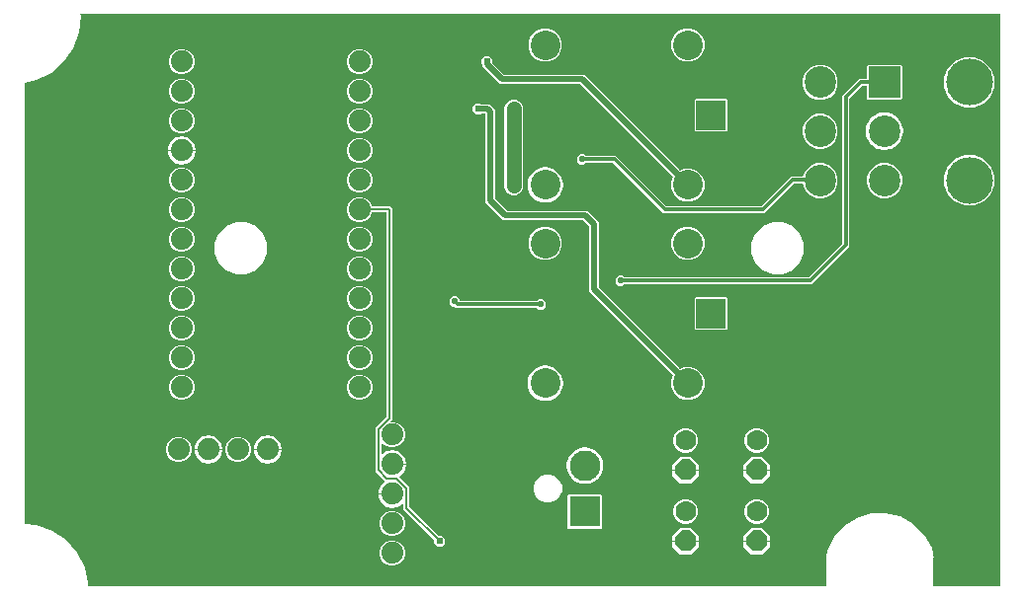
<source format=gbr>
G04 EAGLE Gerber RS-274X export*
G75*
%MOMM*%
%FSLAX34Y34*%
%LPD*%
%INBottom Copper*%
%IPPOS*%
%AMOC8*
5,1,8,0,0,1.08239X$1,22.5*%
G01*
%ADD10P,1.924489X8X292.500000*%
%ADD11C,1.778000*%
%ADD12R,2.705100X2.705100*%
%ADD13C,2.705100*%
%ADD14C,4.013200*%
%ADD15R,2.625000X2.625000*%
%ADD16C,2.625000*%
%ADD17C,1.879600*%
%ADD18R,2.540000X2.540000*%
%ADD19C,2.540000*%
%ADD20C,0.304800*%
%ADD21C,0.554000*%
%ADD22C,0.604000*%
%ADD23C,0.900000*%
%ADD24C,1.270000*%
%ADD25C,0.203200*%
%ADD26C,0.508000*%

G36*
X697177Y5067D02*
X697177Y5067D01*
X697172Y5074D01*
X697179Y5080D01*
X697179Y26669D01*
X697166Y26686D01*
X697170Y26698D01*
X696977Y26964D01*
X697179Y28240D01*
X697176Y28245D01*
X697179Y28247D01*
X697179Y29539D01*
X697411Y29771D01*
X697413Y29784D01*
X697421Y29790D01*
X697418Y29795D01*
X697425Y29798D01*
X698233Y34903D01*
X703659Y46582D01*
X712082Y56323D01*
X722855Y63379D01*
X735151Y67207D01*
X741551Y67359D01*
X741552Y67359D01*
X747988Y67637D01*
X760591Y64616D01*
X771879Y58248D01*
X780982Y49023D01*
X787200Y37651D01*
X788377Y32434D01*
X788392Y32421D01*
X788390Y32410D01*
X788721Y32079D01*
X788721Y30916D01*
X788726Y30909D01*
X788722Y30905D01*
X788978Y29770D01*
X788728Y29375D01*
X788730Y29355D01*
X788721Y29348D01*
X788721Y5080D01*
X788757Y5033D01*
X788764Y5038D01*
X788770Y5031D01*
X845820Y5031D01*
X845867Y5067D01*
X845862Y5074D01*
X845869Y5080D01*
X845869Y495300D01*
X845833Y495347D01*
X845826Y495342D01*
X845820Y495349D01*
X58069Y495349D01*
X58021Y495313D01*
X58030Y495302D01*
X58020Y495293D01*
X58226Y493940D01*
X56844Y479803D01*
X52027Y466441D01*
X44071Y454674D01*
X33464Y445226D01*
X20860Y438678D01*
X10149Y436164D01*
X10133Y436144D01*
X10113Y436129D01*
X10116Y436125D01*
X10111Y436118D01*
X10112Y436117D01*
X10111Y436116D01*
X10111Y57912D01*
X10147Y57864D01*
X10152Y57868D01*
X10155Y57863D01*
X20577Y56844D01*
X33939Y52027D01*
X45706Y44071D01*
X55153Y33465D01*
X61702Y20860D01*
X64948Y7032D01*
X64913Y5081D01*
X64948Y5033D01*
X64956Y5039D01*
X64962Y5031D01*
X697130Y5031D01*
X697177Y5067D01*
G37*
%LPC*%
G36*
X575450Y164485D02*
X575450Y164485D01*
X570222Y166651D01*
X566221Y170652D01*
X564055Y175880D01*
X564055Y181540D01*
X565697Y185502D01*
X565685Y185547D01*
X565686Y185556D01*
X496171Y255071D01*
X493775Y257466D01*
X493775Y313256D01*
X493759Y313277D01*
X493761Y313291D01*
X488551Y318501D01*
X488526Y318504D01*
X488524Y318507D01*
X488522Y318507D01*
X488516Y318515D01*
X419956Y318515D01*
X404875Y333596D01*
X404875Y409776D01*
X404859Y409797D01*
X404861Y409811D01*
X404731Y409941D01*
X404704Y409945D01*
X404696Y409955D01*
X401163Y409955D01*
X401141Y409939D01*
X401128Y409941D01*
X400663Y409475D01*
X396897Y409475D01*
X394235Y412137D01*
X394235Y415903D01*
X396897Y418565D01*
X400663Y418565D01*
X401128Y418099D01*
X401153Y418096D01*
X401157Y418091D01*
X401159Y418091D01*
X401163Y418085D01*
X408084Y418085D01*
X413005Y413164D01*
X413005Y336984D01*
X413021Y336963D01*
X413019Y336949D01*
X423309Y326659D01*
X423336Y326655D01*
X423344Y326645D01*
X491904Y326645D01*
X501905Y316644D01*
X501905Y260854D01*
X501921Y260833D01*
X501919Y260819D01*
X571434Y191304D01*
X571460Y191301D01*
X571465Y191294D01*
X571480Y191294D01*
X571483Y191296D01*
X571488Y191293D01*
X575450Y192935D01*
X581110Y192935D01*
X586338Y190769D01*
X590339Y186768D01*
X592505Y181540D01*
X592505Y175880D01*
X590339Y170652D01*
X586338Y166651D01*
X581110Y164485D01*
X575450Y164485D01*
G37*
%LPD*%
%LPC*%
G36*
X518921Y262405D02*
X518921Y262405D01*
X516405Y264921D01*
X516405Y268479D01*
X518921Y270995D01*
X522479Y270995D01*
X523711Y269763D01*
X523737Y269760D01*
X523745Y269750D01*
X523745Y269749D01*
X681977Y269749D01*
X681998Y269765D01*
X682012Y269763D01*
X710677Y298428D01*
X710679Y298442D01*
X710688Y298449D01*
X710683Y298457D01*
X710691Y298463D01*
X710691Y425443D01*
X725177Y439929D01*
X731661Y439929D01*
X731708Y439965D01*
X731702Y439972D01*
X731710Y439978D01*
X731710Y451037D01*
X732603Y451930D01*
X760917Y451930D01*
X761810Y451037D01*
X761810Y422723D01*
X760917Y421830D01*
X732603Y421830D01*
X731710Y422723D01*
X731710Y433782D01*
X731674Y433829D01*
X731666Y433824D01*
X731661Y433831D01*
X727723Y433831D01*
X727702Y433815D01*
X727688Y433817D01*
X716803Y422932D01*
X716799Y422905D01*
X716789Y422897D01*
X716789Y295917D01*
X684523Y263651D01*
X523745Y263651D01*
X523724Y263635D01*
X523711Y263637D01*
X522479Y262405D01*
X518921Y262405D01*
G37*
%LPD*%
%LPC*%
G36*
X363877Y38635D02*
X363877Y38635D01*
X361215Y41297D01*
X361215Y44111D01*
X361199Y44133D01*
X361201Y44146D01*
X336020Y69327D01*
X334517Y70830D01*
X334517Y76291D01*
X334507Y76305D01*
X334507Y76322D01*
X334494Y76322D01*
X334481Y76339D01*
X334458Y76321D01*
X334428Y76320D01*
X334226Y76042D01*
X332898Y74714D01*
X331377Y73609D01*
X329703Y72756D01*
X327916Y72175D01*
X326060Y71881D01*
X325219Y71881D01*
X325219Y83770D01*
X325183Y83817D01*
X325176Y83812D01*
X325170Y83819D01*
X325119Y83819D01*
X325119Y83870D01*
X325083Y83917D01*
X325076Y83912D01*
X325070Y83919D01*
X313181Y83919D01*
X313181Y84760D01*
X313475Y86616D01*
X314056Y88403D01*
X314909Y90077D01*
X316014Y91598D01*
X317342Y92926D01*
X318863Y94031D01*
X320074Y94648D01*
X320083Y94666D01*
X320099Y94679D01*
X320093Y94687D01*
X320100Y94702D01*
X320071Y94716D01*
X320052Y94741D01*
X319123Y94741D01*
X317620Y96244D01*
X312144Y101720D01*
X310641Y103223D01*
X310641Y140617D01*
X312144Y142120D01*
X320025Y150001D01*
X320029Y150028D01*
X320039Y150036D01*
X320039Y325070D01*
X320003Y325117D01*
X319996Y325112D01*
X319990Y325119D01*
X307983Y325119D01*
X307946Y325091D01*
X307938Y325089D01*
X306440Y321473D01*
X303367Y318400D01*
X299353Y316737D01*
X295007Y316737D01*
X290993Y318400D01*
X287920Y321473D01*
X286257Y325487D01*
X286257Y329833D01*
X287920Y333847D01*
X290993Y336920D01*
X295007Y338583D01*
X299353Y338583D01*
X303367Y336920D01*
X306440Y333847D01*
X307938Y330231D01*
X307978Y330208D01*
X307983Y330201D01*
X323632Y330201D01*
X325121Y328712D01*
X325121Y147910D01*
X322791Y145580D01*
X322788Y145559D01*
X322776Y145540D01*
X322784Y145535D01*
X322782Y145521D01*
X322815Y145517D01*
X322844Y145500D01*
X322947Y145543D01*
X327293Y145543D01*
X331307Y143880D01*
X334380Y140807D01*
X336043Y136793D01*
X336043Y132447D01*
X334380Y128433D01*
X331307Y125360D01*
X327293Y123697D01*
X322947Y123697D01*
X318933Y125360D01*
X315860Y128433D01*
X315817Y128536D01*
X315799Y128547D01*
X315785Y128564D01*
X315778Y128559D01*
X315766Y128566D01*
X315749Y128537D01*
X315723Y128517D01*
X315723Y116749D01*
X315733Y116735D01*
X315733Y116718D01*
X315746Y116718D01*
X315759Y116701D01*
X315782Y116719D01*
X315812Y116720D01*
X316014Y116998D01*
X317342Y118326D01*
X318863Y119431D01*
X320537Y120284D01*
X322324Y120865D01*
X324180Y121159D01*
X325021Y121159D01*
X325021Y109270D01*
X325057Y109223D01*
X325064Y109228D01*
X325070Y109221D01*
X325121Y109221D01*
X325121Y109170D01*
X325157Y109123D01*
X325164Y109128D01*
X325170Y109121D01*
X337059Y109121D01*
X337059Y108280D01*
X336765Y106424D01*
X336184Y104637D01*
X335331Y102963D01*
X334226Y101442D01*
X332898Y100114D01*
X331377Y99009D01*
X330795Y98712D01*
X330794Y98711D01*
X330793Y98711D01*
X330793Y98708D01*
X330769Y98659D01*
X330785Y98651D01*
X330782Y98634D01*
X331096Y98320D01*
X339599Y89817D01*
X339599Y72955D01*
X339615Y72933D01*
X339613Y72920D01*
X364794Y47739D01*
X364819Y47736D01*
X364823Y47731D01*
X364824Y47731D01*
X364829Y47725D01*
X367643Y47725D01*
X370305Y45063D01*
X370305Y41297D01*
X367643Y38635D01*
X363877Y38635D01*
G37*
%LPD*%
%LPC*%
G36*
X575450Y334665D02*
X575450Y334665D01*
X570222Y336831D01*
X566221Y340832D01*
X564055Y346060D01*
X564055Y351720D01*
X565697Y355682D01*
X565685Y355727D01*
X565686Y355736D01*
X486081Y435341D01*
X486054Y435345D01*
X486046Y435355D01*
X417416Y435355D01*
X402335Y450436D01*
X402335Y452277D01*
X402319Y452299D01*
X402321Y452312D01*
X401855Y452777D01*
X401855Y456543D01*
X404517Y459205D01*
X408283Y459205D01*
X410945Y456543D01*
X410945Y453344D01*
X410961Y453323D01*
X410959Y453309D01*
X420769Y443499D01*
X420796Y443495D01*
X420804Y443485D01*
X489434Y443485D01*
X491829Y441089D01*
X571434Y361484D01*
X571481Y361478D01*
X571488Y361473D01*
X575450Y363115D01*
X581110Y363115D01*
X586338Y360949D01*
X590339Y356948D01*
X592505Y351720D01*
X592505Y346060D01*
X590339Y340832D01*
X586338Y336831D01*
X581110Y334665D01*
X575450Y334665D01*
G37*
%LPD*%
%LPC*%
G36*
X557537Y324611D02*
X557537Y324611D01*
X514372Y367777D01*
X514345Y367781D01*
X514337Y367791D01*
X490725Y367791D01*
X490704Y367775D01*
X490691Y367777D01*
X489459Y366545D01*
X485901Y366545D01*
X483385Y369061D01*
X483385Y372619D01*
X485901Y375135D01*
X489459Y375135D01*
X490691Y373903D01*
X490717Y373899D01*
X490725Y373889D01*
X516883Y373889D01*
X560048Y330723D01*
X560075Y330719D01*
X560083Y330709D01*
X641337Y330709D01*
X641358Y330725D01*
X641372Y330723D01*
X666757Y356109D01*
X676687Y356109D01*
X676724Y356137D01*
X676732Y356139D01*
X678883Y361331D01*
X683117Y365565D01*
X688648Y367856D01*
X694636Y367856D01*
X700167Y365565D01*
X704401Y361331D01*
X706692Y355800D01*
X706692Y349812D01*
X704401Y344281D01*
X700167Y340047D01*
X694636Y337756D01*
X688648Y337756D01*
X683117Y340047D01*
X678883Y344281D01*
X676592Y349812D01*
X676592Y349962D01*
X676556Y350009D01*
X676548Y350004D01*
X676543Y350011D01*
X669303Y350011D01*
X669282Y349995D01*
X669268Y349997D01*
X643883Y324611D01*
X557537Y324611D01*
G37*
%LPD*%
%LPC*%
G36*
X650882Y272329D02*
X650882Y272329D01*
X642682Y275726D01*
X636406Y282002D01*
X633009Y290202D01*
X633009Y299078D01*
X636406Y307278D01*
X642682Y313554D01*
X650882Y316951D01*
X659758Y316951D01*
X667958Y313554D01*
X674234Y307278D01*
X677631Y299078D01*
X677631Y290202D01*
X674234Y282002D01*
X667958Y275726D01*
X659758Y272329D01*
X650882Y272329D01*
G37*
%LPD*%
%LPC*%
G36*
X191142Y272329D02*
X191142Y272329D01*
X182942Y275726D01*
X176666Y282002D01*
X173269Y290202D01*
X173269Y299078D01*
X176666Y307278D01*
X182942Y313554D01*
X191142Y316951D01*
X200018Y316951D01*
X208218Y313554D01*
X214494Y307278D01*
X217891Y299078D01*
X217891Y290202D01*
X214494Y282002D01*
X208218Y275726D01*
X200018Y272329D01*
X191142Y272329D01*
G37*
%LPD*%
%LPC*%
G36*
X815363Y415289D02*
X815363Y415289D01*
X807428Y418576D01*
X801354Y424650D01*
X798067Y432585D01*
X798067Y441175D01*
X801354Y449110D01*
X807428Y455184D01*
X815363Y458471D01*
X823953Y458471D01*
X831888Y455184D01*
X837962Y449110D01*
X841249Y441175D01*
X841249Y432585D01*
X837962Y424650D01*
X831888Y418576D01*
X823953Y415289D01*
X815363Y415289D01*
G37*
%LPD*%
%LPC*%
G36*
X815363Y331215D02*
X815363Y331215D01*
X807428Y334502D01*
X801354Y340576D01*
X798067Y348511D01*
X798067Y357101D01*
X801354Y365036D01*
X807428Y371110D01*
X815363Y374397D01*
X823953Y374397D01*
X831888Y371110D01*
X837962Y365036D01*
X841249Y357101D01*
X841249Y348511D01*
X837962Y340576D01*
X831888Y334502D01*
X823953Y331215D01*
X815363Y331215D01*
G37*
%LPD*%
%LPC*%
G36*
X427694Y340105D02*
X427694Y340105D01*
X424799Y341304D01*
X422584Y343519D01*
X421385Y346414D01*
X421385Y415586D01*
X422584Y418481D01*
X424799Y420696D01*
X427694Y421895D01*
X430826Y421895D01*
X433721Y420696D01*
X435936Y418481D01*
X437135Y415586D01*
X437135Y346414D01*
X435936Y343519D01*
X433721Y341304D01*
X430826Y340105D01*
X427694Y340105D01*
G37*
%LPD*%
%LPC*%
G36*
X476463Y53930D02*
X476463Y53930D01*
X475570Y54823D01*
X475570Y82337D01*
X476463Y83230D01*
X503977Y83230D01*
X504870Y82337D01*
X504870Y54823D01*
X503977Y53930D01*
X476463Y53930D01*
G37*
%LPD*%
%LPC*%
G36*
X584948Y394665D02*
X584948Y394665D01*
X584055Y395558D01*
X584055Y422222D01*
X584948Y423115D01*
X611612Y423115D01*
X612505Y422222D01*
X612505Y395558D01*
X611612Y394665D01*
X584948Y394665D01*
G37*
%LPD*%
%LPC*%
G36*
X584948Y224485D02*
X584948Y224485D01*
X584055Y225378D01*
X584055Y252042D01*
X584948Y252935D01*
X611612Y252935D01*
X612505Y252042D01*
X612505Y225378D01*
X611612Y224485D01*
X584948Y224485D01*
G37*
%LPD*%
%LPC*%
G36*
X688648Y379920D02*
X688648Y379920D01*
X683117Y382211D01*
X678883Y386445D01*
X676592Y391976D01*
X676592Y397964D01*
X678883Y403495D01*
X683117Y407729D01*
X688648Y410020D01*
X694636Y410020D01*
X700167Y407729D01*
X704401Y403495D01*
X706692Y397964D01*
X706692Y391976D01*
X704401Y386445D01*
X700167Y382211D01*
X694636Y379920D01*
X688648Y379920D01*
G37*
%LPD*%
%LPC*%
G36*
X688648Y421830D02*
X688648Y421830D01*
X683117Y424121D01*
X678883Y428355D01*
X676592Y433886D01*
X676592Y439874D01*
X678883Y445405D01*
X683117Y449639D01*
X688648Y451930D01*
X694636Y451930D01*
X700167Y449639D01*
X704401Y445405D01*
X706692Y439874D01*
X706692Y433886D01*
X704401Y428355D01*
X700167Y424121D01*
X694636Y421830D01*
X688648Y421830D01*
G37*
%LPD*%
%LPC*%
G36*
X743766Y337756D02*
X743766Y337756D01*
X738235Y340047D01*
X734001Y344281D01*
X731710Y349812D01*
X731710Y355800D01*
X734001Y361331D01*
X738235Y365565D01*
X743766Y367856D01*
X749754Y367856D01*
X755285Y365565D01*
X759519Y361331D01*
X761810Y355800D01*
X761810Y349812D01*
X759519Y344281D01*
X755285Y340047D01*
X749754Y337756D01*
X743766Y337756D01*
G37*
%LPD*%
%LPC*%
G36*
X453450Y454665D02*
X453450Y454665D01*
X448222Y456831D01*
X444221Y460832D01*
X442055Y466060D01*
X442055Y471720D01*
X444221Y476948D01*
X448222Y480949D01*
X453450Y483115D01*
X459110Y483115D01*
X464338Y480949D01*
X468339Y476948D01*
X470505Y471720D01*
X470505Y466060D01*
X468339Y460832D01*
X464338Y456831D01*
X459110Y454665D01*
X453450Y454665D01*
G37*
%LPD*%
%LPC*%
G36*
X575450Y454665D02*
X575450Y454665D01*
X570222Y456831D01*
X566221Y460832D01*
X564055Y466060D01*
X564055Y471720D01*
X566221Y476948D01*
X570222Y480949D01*
X575450Y483115D01*
X581110Y483115D01*
X586338Y480949D01*
X590339Y476948D01*
X592505Y471720D01*
X592505Y466060D01*
X590339Y460832D01*
X586338Y456831D01*
X581110Y454665D01*
X575450Y454665D01*
G37*
%LPD*%
%LPC*%
G36*
X575450Y284485D02*
X575450Y284485D01*
X570222Y286651D01*
X566221Y290652D01*
X564055Y295880D01*
X564055Y301540D01*
X566221Y306768D01*
X570222Y310769D01*
X575450Y312935D01*
X581110Y312935D01*
X586338Y310769D01*
X590339Y306768D01*
X592505Y301540D01*
X592505Y295880D01*
X590339Y290652D01*
X586338Y286651D01*
X581110Y284485D01*
X575450Y284485D01*
G37*
%LPD*%
%LPC*%
G36*
X453450Y284485D02*
X453450Y284485D01*
X448222Y286651D01*
X444221Y290652D01*
X442055Y295880D01*
X442055Y301540D01*
X444221Y306768D01*
X448222Y310769D01*
X453450Y312935D01*
X459110Y312935D01*
X464338Y310769D01*
X468339Y306768D01*
X470505Y301540D01*
X470505Y295880D01*
X468339Y290652D01*
X464338Y286651D01*
X459110Y284485D01*
X453450Y284485D01*
G37*
%LPD*%
%LPC*%
G36*
X450341Y242085D02*
X450341Y242085D01*
X449109Y243317D01*
X449083Y243321D01*
X449075Y243331D01*
X379737Y243331D01*
X378458Y244611D01*
X378431Y244615D01*
X378423Y244625D01*
X376681Y244625D01*
X374165Y247141D01*
X374165Y250699D01*
X376681Y253215D01*
X380239Y253215D01*
X382755Y250699D01*
X382755Y249478D01*
X382791Y249431D01*
X382798Y249436D01*
X382804Y249429D01*
X449075Y249429D01*
X449096Y249445D01*
X449109Y249443D01*
X450341Y250675D01*
X453899Y250675D01*
X456415Y248159D01*
X456415Y244601D01*
X453899Y242085D01*
X450341Y242085D01*
G37*
%LPD*%
%LPC*%
G36*
X455991Y76169D02*
X455991Y76169D01*
X451503Y78028D01*
X448068Y81463D01*
X446209Y85951D01*
X446209Y90809D01*
X448068Y95297D01*
X451503Y98732D01*
X455991Y100591D01*
X460849Y100591D01*
X465337Y98732D01*
X468772Y95297D01*
X470631Y90809D01*
X470631Y85951D01*
X468772Y81463D01*
X465337Y78028D01*
X460849Y76169D01*
X455991Y76169D01*
G37*
%LPD*%
%LPC*%
G36*
X142607Y189737D02*
X142607Y189737D01*
X138593Y191400D01*
X135520Y194473D01*
X133857Y198487D01*
X133857Y202833D01*
X135520Y206847D01*
X138593Y209920D01*
X142607Y211583D01*
X146953Y211583D01*
X150967Y209920D01*
X154040Y206847D01*
X155703Y202833D01*
X155703Y198487D01*
X154040Y194473D01*
X150967Y191400D01*
X146953Y189737D01*
X142607Y189737D01*
G37*
%LPD*%
%LPC*%
G36*
X295007Y367537D02*
X295007Y367537D01*
X290993Y369200D01*
X287920Y372273D01*
X286257Y376287D01*
X286257Y380633D01*
X287920Y384647D01*
X290993Y387720D01*
X295007Y389383D01*
X299353Y389383D01*
X303367Y387720D01*
X306440Y384647D01*
X308103Y380633D01*
X308103Y376287D01*
X306440Y372273D01*
X303367Y369200D01*
X299353Y367537D01*
X295007Y367537D01*
G37*
%LPD*%
%LPC*%
G36*
X322947Y22097D02*
X322947Y22097D01*
X318933Y23760D01*
X315860Y26833D01*
X314197Y30847D01*
X314197Y35193D01*
X315860Y39207D01*
X318933Y42280D01*
X322947Y43943D01*
X327293Y43943D01*
X331307Y42280D01*
X334380Y39207D01*
X336043Y35193D01*
X336043Y30847D01*
X334380Y26833D01*
X331307Y23760D01*
X327293Y22097D01*
X322947Y22097D01*
G37*
%LPD*%
%LPC*%
G36*
X322947Y47497D02*
X322947Y47497D01*
X318933Y49160D01*
X315860Y52233D01*
X314197Y56247D01*
X314197Y60593D01*
X315860Y64607D01*
X318933Y67680D01*
X322947Y69343D01*
X327293Y69343D01*
X331307Y67680D01*
X334380Y64607D01*
X336043Y60593D01*
X336043Y56247D01*
X334380Y52233D01*
X331307Y49160D01*
X327293Y47497D01*
X322947Y47497D01*
G37*
%LPD*%
%LPC*%
G36*
X140067Y110997D02*
X140067Y110997D01*
X136053Y112660D01*
X132980Y115733D01*
X131317Y119747D01*
X131317Y124093D01*
X132980Y128107D01*
X136053Y131180D01*
X140067Y132843D01*
X144413Y132843D01*
X148427Y131180D01*
X151500Y128107D01*
X153163Y124093D01*
X153163Y119747D01*
X151500Y115733D01*
X148427Y112660D01*
X144413Y110997D01*
X140067Y110997D01*
G37*
%LPD*%
%LPC*%
G36*
X190867Y110997D02*
X190867Y110997D01*
X186853Y112660D01*
X183780Y115733D01*
X182117Y119747D01*
X182117Y124093D01*
X183780Y128107D01*
X186853Y131180D01*
X190867Y132843D01*
X195213Y132843D01*
X199227Y131180D01*
X202300Y128107D01*
X203963Y124093D01*
X203963Y119747D01*
X202300Y115733D01*
X199227Y112660D01*
X195213Y110997D01*
X190867Y110997D01*
G37*
%LPD*%
%LPC*%
G36*
X142607Y164337D02*
X142607Y164337D01*
X138593Y166000D01*
X135520Y169073D01*
X133857Y173087D01*
X133857Y177433D01*
X135520Y181447D01*
X138593Y184520D01*
X142607Y186183D01*
X146953Y186183D01*
X150967Y184520D01*
X154040Y181447D01*
X155703Y177433D01*
X155703Y173087D01*
X154040Y169073D01*
X150967Y166000D01*
X146953Y164337D01*
X142607Y164337D01*
G37*
%LPD*%
%LPC*%
G36*
X295007Y164337D02*
X295007Y164337D01*
X290993Y166000D01*
X287920Y169073D01*
X286257Y173087D01*
X286257Y177433D01*
X287920Y181447D01*
X290993Y184520D01*
X295007Y186183D01*
X299353Y186183D01*
X303367Y184520D01*
X306440Y181447D01*
X308103Y177433D01*
X308103Y173087D01*
X306440Y169073D01*
X303367Y166000D01*
X299353Y164337D01*
X295007Y164337D01*
G37*
%LPD*%
%LPC*%
G36*
X295007Y189737D02*
X295007Y189737D01*
X290993Y191400D01*
X287920Y194473D01*
X286257Y198487D01*
X286257Y202833D01*
X287920Y206847D01*
X290993Y209920D01*
X295007Y211583D01*
X299353Y211583D01*
X303367Y209920D01*
X306440Y206847D01*
X308103Y202833D01*
X308103Y198487D01*
X306440Y194473D01*
X303367Y191400D01*
X299353Y189737D01*
X295007Y189737D01*
G37*
%LPD*%
%LPC*%
G36*
X142607Y215137D02*
X142607Y215137D01*
X138593Y216800D01*
X135520Y219873D01*
X133857Y223887D01*
X133857Y228233D01*
X135520Y232247D01*
X138593Y235320D01*
X142607Y236983D01*
X146953Y236983D01*
X150967Y235320D01*
X154040Y232247D01*
X155703Y228233D01*
X155703Y223887D01*
X154040Y219873D01*
X150967Y216800D01*
X146953Y215137D01*
X142607Y215137D01*
G37*
%LPD*%
%LPC*%
G36*
X295007Y342137D02*
X295007Y342137D01*
X290993Y343800D01*
X287920Y346873D01*
X286257Y350887D01*
X286257Y355233D01*
X287920Y359247D01*
X290993Y362320D01*
X295007Y363983D01*
X299353Y363983D01*
X303367Y362320D01*
X306440Y359247D01*
X308103Y355233D01*
X308103Y350887D01*
X306440Y346873D01*
X303367Y343800D01*
X299353Y342137D01*
X295007Y342137D01*
G37*
%LPD*%
%LPC*%
G36*
X142607Y342137D02*
X142607Y342137D01*
X138593Y343800D01*
X135520Y346873D01*
X133857Y350887D01*
X133857Y355233D01*
X135520Y359247D01*
X138593Y362320D01*
X142607Y363983D01*
X146953Y363983D01*
X150967Y362320D01*
X154040Y359247D01*
X155703Y355233D01*
X155703Y350887D01*
X154040Y346873D01*
X150967Y343800D01*
X146953Y342137D01*
X142607Y342137D01*
G37*
%LPD*%
%LPC*%
G36*
X295007Y443737D02*
X295007Y443737D01*
X290993Y445400D01*
X287920Y448473D01*
X286257Y452487D01*
X286257Y456833D01*
X287920Y460847D01*
X290993Y463920D01*
X295007Y465583D01*
X299353Y465583D01*
X303367Y463920D01*
X306440Y460847D01*
X308103Y456833D01*
X308103Y452487D01*
X306440Y448473D01*
X303367Y445400D01*
X299353Y443737D01*
X295007Y443737D01*
G37*
%LPD*%
%LPC*%
G36*
X295007Y215137D02*
X295007Y215137D01*
X290993Y216800D01*
X287920Y219873D01*
X286257Y223887D01*
X286257Y228233D01*
X287920Y232247D01*
X290993Y235320D01*
X295007Y236983D01*
X299353Y236983D01*
X303367Y235320D01*
X306440Y232247D01*
X308103Y228233D01*
X308103Y223887D01*
X306440Y219873D01*
X303367Y216800D01*
X299353Y215137D01*
X295007Y215137D01*
G37*
%LPD*%
%LPC*%
G36*
X142607Y418337D02*
X142607Y418337D01*
X138593Y420000D01*
X135520Y423073D01*
X133857Y427087D01*
X133857Y431433D01*
X135520Y435447D01*
X138593Y438520D01*
X142607Y440183D01*
X146953Y440183D01*
X150967Y438520D01*
X154040Y435447D01*
X155703Y431433D01*
X155703Y427087D01*
X154040Y423073D01*
X150967Y420000D01*
X146953Y418337D01*
X142607Y418337D01*
G37*
%LPD*%
%LPC*%
G36*
X142607Y443737D02*
X142607Y443737D01*
X138593Y445400D01*
X135520Y448473D01*
X133857Y452487D01*
X133857Y456833D01*
X135520Y460847D01*
X138593Y463920D01*
X142607Y465583D01*
X146953Y465583D01*
X150967Y463920D01*
X154040Y460847D01*
X155703Y456833D01*
X155703Y452487D01*
X154040Y448473D01*
X150967Y445400D01*
X146953Y443737D01*
X142607Y443737D01*
G37*
%LPD*%
%LPC*%
G36*
X142607Y316737D02*
X142607Y316737D01*
X138593Y318400D01*
X135520Y321473D01*
X133857Y325487D01*
X133857Y329833D01*
X135520Y333847D01*
X138593Y336920D01*
X142607Y338583D01*
X146953Y338583D01*
X150967Y336920D01*
X154040Y333847D01*
X155703Y329833D01*
X155703Y325487D01*
X154040Y321473D01*
X150967Y318400D01*
X146953Y316737D01*
X142607Y316737D01*
G37*
%LPD*%
%LPC*%
G36*
X295007Y418337D02*
X295007Y418337D01*
X290993Y420000D01*
X287920Y423073D01*
X286257Y427087D01*
X286257Y431433D01*
X287920Y435447D01*
X290993Y438520D01*
X295007Y440183D01*
X299353Y440183D01*
X303367Y438520D01*
X306440Y435447D01*
X308103Y431433D01*
X308103Y427087D01*
X306440Y423073D01*
X303367Y420000D01*
X299353Y418337D01*
X295007Y418337D01*
G37*
%LPD*%
%LPC*%
G36*
X142607Y240537D02*
X142607Y240537D01*
X138593Y242200D01*
X135520Y245273D01*
X133857Y249287D01*
X133857Y253633D01*
X135520Y257647D01*
X138593Y260720D01*
X142607Y262383D01*
X146953Y262383D01*
X150967Y260720D01*
X154040Y257647D01*
X155703Y253633D01*
X155703Y249287D01*
X154040Y245273D01*
X150967Y242200D01*
X146953Y240537D01*
X142607Y240537D01*
G37*
%LPD*%
%LPC*%
G36*
X295007Y291337D02*
X295007Y291337D01*
X290993Y293000D01*
X287920Y296073D01*
X286257Y300087D01*
X286257Y304433D01*
X287920Y308447D01*
X290993Y311520D01*
X295007Y313183D01*
X299353Y313183D01*
X303367Y311520D01*
X306440Y308447D01*
X308103Y304433D01*
X308103Y300087D01*
X306440Y296073D01*
X303367Y293000D01*
X299353Y291337D01*
X295007Y291337D01*
G37*
%LPD*%
%LPC*%
G36*
X142607Y291337D02*
X142607Y291337D01*
X138593Y293000D01*
X135520Y296073D01*
X133857Y300087D01*
X133857Y304433D01*
X135520Y308447D01*
X138593Y311520D01*
X142607Y313183D01*
X146953Y313183D01*
X150967Y311520D01*
X154040Y308447D01*
X155703Y304433D01*
X155703Y300087D01*
X154040Y296073D01*
X150967Y293000D01*
X146953Y291337D01*
X142607Y291337D01*
G37*
%LPD*%
%LPC*%
G36*
X295007Y392937D02*
X295007Y392937D01*
X290993Y394600D01*
X287920Y397673D01*
X286257Y401687D01*
X286257Y406033D01*
X287920Y410047D01*
X290993Y413120D01*
X295007Y414783D01*
X299353Y414783D01*
X303367Y413120D01*
X306440Y410047D01*
X308103Y406033D01*
X308103Y401687D01*
X306440Y397673D01*
X303367Y394600D01*
X299353Y392937D01*
X295007Y392937D01*
G37*
%LPD*%
%LPC*%
G36*
X142607Y392937D02*
X142607Y392937D01*
X138593Y394600D01*
X135520Y397673D01*
X133857Y401687D01*
X133857Y406033D01*
X135520Y410047D01*
X138593Y413120D01*
X142607Y414783D01*
X146953Y414783D01*
X150967Y413120D01*
X154040Y410047D01*
X155703Y406033D01*
X155703Y401687D01*
X154040Y397673D01*
X150967Y394600D01*
X146953Y392937D01*
X142607Y392937D01*
G37*
%LPD*%
%LPC*%
G36*
X295007Y265937D02*
X295007Y265937D01*
X290993Y267600D01*
X287920Y270673D01*
X286257Y274687D01*
X286257Y279033D01*
X287920Y283047D01*
X290993Y286120D01*
X295007Y287783D01*
X299353Y287783D01*
X303367Y286120D01*
X306440Y283047D01*
X308103Y279033D01*
X308103Y274687D01*
X306440Y270673D01*
X303367Y267600D01*
X299353Y265937D01*
X295007Y265937D01*
G37*
%LPD*%
%LPC*%
G36*
X142607Y265937D02*
X142607Y265937D01*
X138593Y267600D01*
X135520Y270673D01*
X133857Y274687D01*
X133857Y279033D01*
X135520Y283047D01*
X138593Y286120D01*
X142607Y287783D01*
X146953Y287783D01*
X150967Y286120D01*
X154040Y283047D01*
X155703Y279033D01*
X155703Y274687D01*
X154040Y270673D01*
X150967Y267600D01*
X146953Y265937D01*
X142607Y265937D01*
G37*
%LPD*%
%LPC*%
G36*
X295007Y240537D02*
X295007Y240537D01*
X290993Y242200D01*
X287920Y245273D01*
X286257Y249287D01*
X286257Y253633D01*
X287920Y257647D01*
X290993Y260720D01*
X295007Y262383D01*
X299353Y262383D01*
X303367Y260720D01*
X306440Y257647D01*
X308103Y253633D01*
X308103Y249287D01*
X306440Y245273D01*
X303367Y242200D01*
X299353Y240537D01*
X295007Y240537D01*
G37*
%LPD*%
%LPC*%
G36*
X574508Y58165D02*
X574508Y58165D01*
X570680Y59751D01*
X567751Y62680D01*
X566165Y66508D01*
X566165Y70652D01*
X567751Y74480D01*
X570680Y77409D01*
X574508Y78995D01*
X578652Y78995D01*
X582480Y77409D01*
X585409Y74480D01*
X586995Y70652D01*
X586995Y66508D01*
X585409Y62680D01*
X582480Y59751D01*
X578652Y58165D01*
X574508Y58165D01*
G37*
%LPD*%
%LPC*%
G36*
X635468Y58165D02*
X635468Y58165D01*
X631640Y59751D01*
X628711Y62680D01*
X627125Y66508D01*
X627125Y70652D01*
X628711Y74480D01*
X631640Y77409D01*
X635468Y78995D01*
X639612Y78995D01*
X643440Y77409D01*
X646369Y74480D01*
X647955Y70652D01*
X647955Y66508D01*
X646369Y62680D01*
X643440Y59751D01*
X639612Y58165D01*
X635468Y58165D01*
G37*
%LPD*%
%LPC*%
G36*
X574508Y119125D02*
X574508Y119125D01*
X570680Y120711D01*
X567751Y123640D01*
X566165Y127468D01*
X566165Y131612D01*
X567751Y135440D01*
X570680Y138369D01*
X574508Y139955D01*
X578652Y139955D01*
X582480Y138369D01*
X585409Y135440D01*
X586995Y131612D01*
X586995Y127468D01*
X585409Y123640D01*
X582480Y120711D01*
X578652Y119125D01*
X574508Y119125D01*
G37*
%LPD*%
%LPC*%
G36*
X635468Y119125D02*
X635468Y119125D01*
X631640Y120711D01*
X628711Y123640D01*
X627125Y127468D01*
X627125Y131612D01*
X628711Y135440D01*
X631640Y138369D01*
X635468Y139955D01*
X639612Y139955D01*
X643440Y138369D01*
X646369Y135440D01*
X647955Y131612D01*
X647955Y127468D01*
X646369Y123640D01*
X643440Y120711D01*
X639612Y119125D01*
X635468Y119125D01*
G37*
%LPD*%
%LPC*%
G36*
X746859Y395069D02*
X746859Y395069D01*
X746859Y411036D01*
X748024Y411036D01*
X750522Y410641D01*
X752927Y409859D01*
X755181Y408711D01*
X757227Y407225D01*
X759015Y405437D01*
X760501Y403391D01*
X761649Y401137D01*
X762431Y398732D01*
X762826Y396234D01*
X762826Y395069D01*
X746859Y395069D01*
G37*
%LPD*%
%LPC*%
G36*
X746859Y394871D02*
X746859Y394871D01*
X762826Y394871D01*
X762826Y393706D01*
X762431Y391208D01*
X761649Y388803D01*
X760501Y386549D01*
X759015Y384503D01*
X757227Y382715D01*
X755181Y381229D01*
X752927Y380081D01*
X750522Y379299D01*
X748024Y378904D01*
X746859Y378904D01*
X746859Y394871D01*
G37*
%LPD*%
%LPC*%
G36*
X730694Y395069D02*
X730694Y395069D01*
X730694Y396234D01*
X731089Y398732D01*
X731871Y401137D01*
X733019Y403391D01*
X734505Y405437D01*
X736293Y407225D01*
X738339Y408711D01*
X740593Y409859D01*
X742998Y410641D01*
X745496Y411036D01*
X746661Y411036D01*
X746661Y395069D01*
X730694Y395069D01*
G37*
%LPD*%
%LPC*%
G36*
X745496Y378904D02*
X745496Y378904D01*
X742998Y379299D01*
X740593Y380081D01*
X738339Y381229D01*
X736293Y382715D01*
X734505Y384503D01*
X733019Y386549D01*
X731871Y388803D01*
X731089Y391208D01*
X730694Y393706D01*
X730694Y394871D01*
X746661Y394871D01*
X746661Y378904D01*
X745496Y378904D01*
G37*
%LPD*%
%LPC*%
G36*
X490319Y108279D02*
X490319Y108279D01*
X490319Y123846D01*
X491453Y123846D01*
X493888Y123460D01*
X496234Y122698D01*
X498431Y121579D01*
X500426Y120129D01*
X502169Y118386D01*
X503619Y116391D01*
X504738Y114194D01*
X505500Y111848D01*
X505886Y109413D01*
X505886Y108279D01*
X490319Y108279D01*
G37*
%LPD*%
%LPC*%
G36*
X474554Y108279D02*
X474554Y108279D01*
X474554Y109413D01*
X474940Y111848D01*
X475702Y114194D01*
X476821Y116391D01*
X478271Y118386D01*
X480014Y120129D01*
X482009Y121579D01*
X484206Y122698D01*
X486552Y123460D01*
X488987Y123846D01*
X490121Y123846D01*
X490121Y108279D01*
X474554Y108279D01*
G37*
%LPD*%
%LPC*%
G36*
X490319Y92514D02*
X490319Y92514D01*
X490319Y108081D01*
X505886Y108081D01*
X505886Y106947D01*
X505500Y104512D01*
X504738Y102166D01*
X503619Y99969D01*
X502169Y97974D01*
X500426Y96231D01*
X498431Y94781D01*
X496234Y93662D01*
X493888Y92900D01*
X491453Y92514D01*
X490319Y92514D01*
G37*
%LPD*%
%LPC*%
G36*
X488987Y92514D02*
X488987Y92514D01*
X486552Y92900D01*
X484206Y93662D01*
X482009Y94781D01*
X480014Y96231D01*
X478271Y97974D01*
X476821Y99969D01*
X475702Y102166D01*
X474940Y104512D01*
X474554Y106947D01*
X474554Y108081D01*
X490121Y108081D01*
X490121Y92514D01*
X488987Y92514D01*
G37*
%LPD*%
%LPC*%
G36*
X456379Y348989D02*
X456379Y348989D01*
X456379Y364131D01*
X457479Y364131D01*
X459849Y363755D01*
X462131Y363014D01*
X464268Y361925D01*
X466209Y360515D01*
X467905Y358819D01*
X469315Y356878D01*
X470404Y354741D01*
X471145Y352459D01*
X471521Y350089D01*
X471521Y348989D01*
X456379Y348989D01*
G37*
%LPD*%
%LPC*%
G36*
X456379Y178809D02*
X456379Y178809D01*
X456379Y193951D01*
X457479Y193951D01*
X459849Y193575D01*
X462131Y192834D01*
X464268Y191745D01*
X466209Y190335D01*
X467905Y188639D01*
X469315Y186698D01*
X470404Y184561D01*
X471145Y182279D01*
X471521Y179909D01*
X471521Y178809D01*
X456379Y178809D01*
G37*
%LPD*%
%LPC*%
G36*
X441039Y178809D02*
X441039Y178809D01*
X441039Y179909D01*
X441415Y182279D01*
X442156Y184561D01*
X443245Y186698D01*
X444655Y188639D01*
X446351Y190335D01*
X448292Y191745D01*
X450429Y192834D01*
X452711Y193575D01*
X455081Y193951D01*
X456181Y193951D01*
X456181Y178809D01*
X441039Y178809D01*
G37*
%LPD*%
%LPC*%
G36*
X441039Y348989D02*
X441039Y348989D01*
X441039Y350089D01*
X441415Y352459D01*
X442156Y354741D01*
X443245Y356878D01*
X444655Y358819D01*
X446351Y360515D01*
X448292Y361925D01*
X450429Y363014D01*
X452711Y363755D01*
X455081Y364131D01*
X456181Y364131D01*
X456181Y348989D01*
X441039Y348989D01*
G37*
%LPD*%
%LPC*%
G36*
X456379Y163469D02*
X456379Y163469D01*
X456379Y178611D01*
X471521Y178611D01*
X471521Y177511D01*
X471145Y175141D01*
X470404Y172859D01*
X469315Y170722D01*
X467905Y168781D01*
X466209Y167085D01*
X464268Y165675D01*
X462131Y164586D01*
X459849Y163845D01*
X457479Y163469D01*
X456379Y163469D01*
G37*
%LPD*%
%LPC*%
G36*
X456379Y333649D02*
X456379Y333649D01*
X456379Y348791D01*
X471521Y348791D01*
X471521Y347691D01*
X471145Y345321D01*
X470404Y343039D01*
X469315Y340902D01*
X467905Y338961D01*
X466209Y337265D01*
X464268Y335855D01*
X462131Y334766D01*
X459849Y334025D01*
X457479Y333649D01*
X456379Y333649D01*
G37*
%LPD*%
%LPC*%
G36*
X455081Y163469D02*
X455081Y163469D01*
X452711Y163845D01*
X450429Y164586D01*
X448292Y165675D01*
X446351Y167085D01*
X444655Y168781D01*
X443245Y170722D01*
X442156Y172859D01*
X441415Y175141D01*
X441039Y177511D01*
X441039Y178611D01*
X456181Y178611D01*
X456181Y163469D01*
X455081Y163469D01*
G37*
%LPD*%
%LPC*%
G36*
X455081Y333649D02*
X455081Y333649D01*
X452711Y334025D01*
X450429Y334766D01*
X448292Y335855D01*
X446351Y337265D01*
X444655Y338961D01*
X443245Y340902D01*
X442156Y343039D01*
X441415Y345321D01*
X441039Y347691D01*
X441039Y348791D01*
X456181Y348791D01*
X456181Y333649D01*
X455081Y333649D01*
G37*
%LPD*%
%LPC*%
G36*
X144879Y378559D02*
X144879Y378559D01*
X144879Y390399D01*
X145720Y390399D01*
X147576Y390105D01*
X149363Y389524D01*
X151037Y388671D01*
X152558Y387566D01*
X153886Y386238D01*
X154991Y384717D01*
X155844Y383043D01*
X156425Y381256D01*
X156719Y379400D01*
X156719Y378559D01*
X144879Y378559D01*
G37*
%LPD*%
%LPC*%
G36*
X325219Y109319D02*
X325219Y109319D01*
X325219Y121159D01*
X326060Y121159D01*
X327916Y120865D01*
X329703Y120284D01*
X331377Y119431D01*
X332898Y118326D01*
X334226Y116998D01*
X335331Y115477D01*
X336184Y113803D01*
X336765Y112016D01*
X337059Y110160D01*
X337059Y109319D01*
X325219Y109319D01*
G37*
%LPD*%
%LPC*%
G36*
X218539Y122019D02*
X218539Y122019D01*
X218539Y133859D01*
X219380Y133859D01*
X221236Y133565D01*
X223023Y132984D01*
X224697Y132131D01*
X226218Y131026D01*
X227546Y129698D01*
X228651Y128177D01*
X229504Y126503D01*
X230085Y124716D01*
X230379Y122860D01*
X230379Y122019D01*
X218539Y122019D01*
G37*
%LPD*%
%LPC*%
G36*
X167739Y122019D02*
X167739Y122019D01*
X167739Y133859D01*
X168580Y133859D01*
X170436Y133565D01*
X172223Y132984D01*
X173897Y132131D01*
X175418Y131026D01*
X176746Y129698D01*
X177851Y128177D01*
X178704Y126503D01*
X179285Y124716D01*
X179579Y122860D01*
X179579Y122019D01*
X167739Y122019D01*
G37*
%LPD*%
%LPC*%
G36*
X132841Y378559D02*
X132841Y378559D01*
X132841Y379400D01*
X133135Y381256D01*
X133716Y383043D01*
X134569Y384717D01*
X135674Y386238D01*
X137002Y387566D01*
X138523Y388671D01*
X140197Y389524D01*
X141984Y390105D01*
X143840Y390399D01*
X144681Y390399D01*
X144681Y378559D01*
X132841Y378559D01*
G37*
%LPD*%
%LPC*%
G36*
X218539Y109981D02*
X218539Y109981D01*
X218539Y121821D01*
X230379Y121821D01*
X230379Y120980D01*
X230085Y119124D01*
X229504Y117337D01*
X228651Y115663D01*
X227546Y114142D01*
X226218Y112814D01*
X224697Y111709D01*
X223023Y110856D01*
X221236Y110275D01*
X219380Y109981D01*
X218539Y109981D01*
G37*
%LPD*%
%LPC*%
G36*
X206501Y122019D02*
X206501Y122019D01*
X206501Y122860D01*
X206795Y124716D01*
X207376Y126503D01*
X208229Y128177D01*
X209334Y129698D01*
X210662Y131026D01*
X212183Y132131D01*
X213857Y132984D01*
X215644Y133565D01*
X217500Y133859D01*
X218341Y133859D01*
X218341Y122019D01*
X206501Y122019D01*
G37*
%LPD*%
%LPC*%
G36*
X167739Y109981D02*
X167739Y109981D01*
X167739Y121821D01*
X179579Y121821D01*
X179579Y120980D01*
X179285Y119124D01*
X178704Y117337D01*
X177851Y115663D01*
X176746Y114142D01*
X175418Y112814D01*
X173897Y111709D01*
X172223Y110856D01*
X170436Y110275D01*
X168580Y109981D01*
X167739Y109981D01*
G37*
%LPD*%
%LPC*%
G36*
X155701Y122019D02*
X155701Y122019D01*
X155701Y122860D01*
X155995Y124716D01*
X156576Y126503D01*
X157429Y128177D01*
X158534Y129698D01*
X159862Y131026D01*
X161383Y132131D01*
X163057Y132984D01*
X164844Y133565D01*
X166700Y133859D01*
X167541Y133859D01*
X167541Y122019D01*
X155701Y122019D01*
G37*
%LPD*%
%LPC*%
G36*
X144879Y366521D02*
X144879Y366521D01*
X144879Y378361D01*
X156719Y378361D01*
X156719Y377520D01*
X156425Y375664D01*
X155844Y373877D01*
X154991Y372203D01*
X153886Y370682D01*
X152558Y369354D01*
X151037Y368249D01*
X149363Y367396D01*
X147576Y366815D01*
X145720Y366521D01*
X144879Y366521D01*
G37*
%LPD*%
%LPC*%
G36*
X324180Y71881D02*
X324180Y71881D01*
X322324Y72175D01*
X320537Y72756D01*
X318863Y73609D01*
X317342Y74714D01*
X316014Y76042D01*
X314909Y77563D01*
X314056Y79237D01*
X313475Y81024D01*
X313181Y82880D01*
X313181Y83721D01*
X325021Y83721D01*
X325021Y71881D01*
X324180Y71881D01*
G37*
%LPD*%
%LPC*%
G36*
X217500Y109981D02*
X217500Y109981D01*
X215644Y110275D01*
X213857Y110856D01*
X212183Y111709D01*
X210662Y112814D01*
X209334Y114142D01*
X208229Y115663D01*
X207376Y117337D01*
X206795Y119124D01*
X206501Y120980D01*
X206501Y121821D01*
X218341Y121821D01*
X218341Y109981D01*
X217500Y109981D01*
G37*
%LPD*%
%LPC*%
G36*
X166700Y109981D02*
X166700Y109981D01*
X164844Y110275D01*
X163057Y110856D01*
X161383Y111709D01*
X159862Y112814D01*
X158534Y114142D01*
X157429Y115663D01*
X156576Y117337D01*
X155995Y119124D01*
X155701Y120980D01*
X155701Y121821D01*
X167541Y121821D01*
X167541Y109981D01*
X166700Y109981D01*
G37*
%LPD*%
%LPC*%
G36*
X143840Y366521D02*
X143840Y366521D01*
X141984Y366815D01*
X140197Y367396D01*
X138523Y368249D01*
X137002Y369354D01*
X135674Y370682D01*
X134569Y372203D01*
X133716Y373877D01*
X133135Y375664D01*
X132841Y377520D01*
X132841Y378361D01*
X144681Y378361D01*
X144681Y366521D01*
X143840Y366521D01*
G37*
%LPD*%
%LPC*%
G36*
X576679Y104239D02*
X576679Y104239D01*
X576679Y115571D01*
X581315Y115571D01*
X588011Y108875D01*
X588011Y104239D01*
X576679Y104239D01*
G37*
%LPD*%
%LPC*%
G36*
X637639Y104239D02*
X637639Y104239D01*
X637639Y115571D01*
X642275Y115571D01*
X648971Y108875D01*
X648971Y104239D01*
X637639Y104239D01*
G37*
%LPD*%
%LPC*%
G36*
X576679Y43279D02*
X576679Y43279D01*
X576679Y54611D01*
X581315Y54611D01*
X588011Y47915D01*
X588011Y43279D01*
X576679Y43279D01*
G37*
%LPD*%
%LPC*%
G36*
X637639Y43279D02*
X637639Y43279D01*
X637639Y54611D01*
X642275Y54611D01*
X648971Y47915D01*
X648971Y43279D01*
X637639Y43279D01*
G37*
%LPD*%
%LPC*%
G36*
X626109Y43279D02*
X626109Y43279D01*
X626109Y47915D01*
X632805Y54611D01*
X637441Y54611D01*
X637441Y43279D01*
X626109Y43279D01*
G37*
%LPD*%
%LPC*%
G36*
X626109Y104239D02*
X626109Y104239D01*
X626109Y108875D01*
X632805Y115571D01*
X637441Y115571D01*
X637441Y104239D01*
X626109Y104239D01*
G37*
%LPD*%
%LPC*%
G36*
X565149Y43279D02*
X565149Y43279D01*
X565149Y47915D01*
X571845Y54611D01*
X576481Y54611D01*
X576481Y43279D01*
X565149Y43279D01*
G37*
%LPD*%
%LPC*%
G36*
X565149Y104239D02*
X565149Y104239D01*
X565149Y108875D01*
X571845Y115571D01*
X576481Y115571D01*
X576481Y104239D01*
X565149Y104239D01*
G37*
%LPD*%
%LPC*%
G36*
X576679Y92709D02*
X576679Y92709D01*
X576679Y104041D01*
X588011Y104041D01*
X588011Y99405D01*
X581315Y92709D01*
X576679Y92709D01*
G37*
%LPD*%
%LPC*%
G36*
X576679Y31749D02*
X576679Y31749D01*
X576679Y43081D01*
X588011Y43081D01*
X588011Y38445D01*
X581315Y31749D01*
X576679Y31749D01*
G37*
%LPD*%
%LPC*%
G36*
X637639Y31749D02*
X637639Y31749D01*
X637639Y43081D01*
X648971Y43081D01*
X648971Y38445D01*
X642275Y31749D01*
X637639Y31749D01*
G37*
%LPD*%
%LPC*%
G36*
X637639Y92709D02*
X637639Y92709D01*
X637639Y104041D01*
X648971Y104041D01*
X648971Y99405D01*
X642275Y92709D01*
X637639Y92709D01*
G37*
%LPD*%
%LPC*%
G36*
X571845Y31749D02*
X571845Y31749D01*
X565149Y38445D01*
X565149Y43081D01*
X576481Y43081D01*
X576481Y31749D01*
X571845Y31749D01*
G37*
%LPD*%
%LPC*%
G36*
X632805Y92709D02*
X632805Y92709D01*
X626109Y99405D01*
X626109Y104041D01*
X637441Y104041D01*
X637441Y92709D01*
X632805Y92709D01*
G37*
%LPD*%
%LPC*%
G36*
X571845Y92709D02*
X571845Y92709D01*
X565149Y99405D01*
X565149Y104041D01*
X576481Y104041D01*
X576481Y92709D01*
X571845Y92709D01*
G37*
%LPD*%
%LPC*%
G36*
X632805Y31749D02*
X632805Y31749D01*
X626109Y38445D01*
X626109Y43081D01*
X637441Y43081D01*
X637441Y31749D01*
X632805Y31749D01*
G37*
%LPD*%
%LPC*%
G36*
X456279Y178709D02*
X456279Y178709D01*
X456279Y178711D01*
X456281Y178711D01*
X456281Y178709D01*
X456279Y178709D01*
G37*
%LPD*%
%LPC*%
G36*
X490219Y108179D02*
X490219Y108179D01*
X490219Y108181D01*
X490221Y108181D01*
X490221Y108179D01*
X490219Y108179D01*
G37*
%LPD*%
%LPC*%
G36*
X456279Y348889D02*
X456279Y348889D01*
X456279Y348891D01*
X456281Y348891D01*
X456281Y348889D01*
X456279Y348889D01*
G37*
%LPD*%
%LPC*%
G36*
X218439Y121919D02*
X218439Y121919D01*
X218439Y121921D01*
X218441Y121921D01*
X218441Y121919D01*
X218439Y121919D01*
G37*
%LPD*%
%LPC*%
G36*
X144779Y378459D02*
X144779Y378459D01*
X144779Y378461D01*
X144781Y378461D01*
X144781Y378459D01*
X144779Y378459D01*
G37*
%LPD*%
%LPC*%
G36*
X637539Y43179D02*
X637539Y43179D01*
X637539Y43181D01*
X637541Y43181D01*
X637541Y43179D01*
X637539Y43179D01*
G37*
%LPD*%
%LPC*%
G36*
X576579Y43179D02*
X576579Y43179D01*
X576579Y43181D01*
X576581Y43181D01*
X576581Y43179D01*
X576579Y43179D01*
G37*
%LPD*%
%LPC*%
G36*
X746759Y394969D02*
X746759Y394969D01*
X746759Y394971D01*
X746761Y394971D01*
X746761Y394969D01*
X746759Y394969D01*
G37*
%LPD*%
%LPC*%
G36*
X637539Y104139D02*
X637539Y104139D01*
X637539Y104141D01*
X637541Y104141D01*
X637541Y104139D01*
X637539Y104139D01*
G37*
%LPD*%
%LPC*%
G36*
X576579Y104139D02*
X576579Y104139D01*
X576579Y104141D01*
X576581Y104141D01*
X576581Y104139D01*
X576579Y104139D01*
G37*
%LPD*%
%LPC*%
G36*
X167639Y121919D02*
X167639Y121919D01*
X167639Y121921D01*
X167641Y121921D01*
X167641Y121919D01*
X167639Y121919D01*
G37*
%LPD*%
D10*
X576580Y43180D03*
D11*
X576580Y68580D03*
D10*
X637540Y43180D03*
D11*
X637540Y68580D03*
D10*
X576580Y104140D03*
D11*
X576580Y129540D03*
D10*
X637540Y104140D03*
D11*
X637540Y129540D03*
D12*
X746760Y436880D03*
D13*
X746760Y394970D03*
X746760Y352806D03*
X691642Y436880D03*
X691642Y394970D03*
X691642Y352806D03*
D14*
X819658Y436880D03*
X819658Y352806D03*
D15*
X490220Y68580D03*
D16*
X490220Y108180D03*
D17*
X325120Y134620D03*
X325120Y109220D03*
X325120Y83820D03*
X325120Y58420D03*
X325120Y33020D03*
X142240Y121920D03*
X167640Y121920D03*
X193040Y121920D03*
X218440Y121920D03*
X144780Y454660D03*
X144780Y429260D03*
X144780Y403860D03*
X144780Y378460D03*
X144780Y353060D03*
X144780Y327660D03*
X144780Y302260D03*
X144780Y276860D03*
X144780Y251460D03*
X144780Y226060D03*
X144780Y200660D03*
X144780Y175260D03*
X297180Y175260D03*
X297180Y200660D03*
X297180Y226060D03*
X297180Y251460D03*
X297180Y276860D03*
X297180Y302260D03*
X297180Y327660D03*
X297180Y353060D03*
X297180Y378460D03*
X297180Y403860D03*
X297180Y429260D03*
X297180Y454660D03*
D18*
X598280Y408890D03*
D19*
X578280Y468890D03*
X456280Y468890D03*
X456280Y348890D03*
X578280Y348890D03*
D18*
X598280Y238710D03*
D19*
X578280Y298710D03*
X456280Y298710D03*
X456280Y178710D03*
X578280Y178710D03*
D20*
X726440Y436880D02*
X746760Y436880D01*
X726440Y436880D02*
X713740Y424180D01*
X713740Y297180D01*
X683260Y266700D01*
X520700Y266700D01*
D21*
X520700Y266700D03*
X452120Y246380D03*
D20*
X381000Y246380D01*
X378460Y248920D01*
D21*
X378460Y248920D03*
D22*
X350520Y403860D03*
X375920Y35560D03*
X373380Y299720D03*
X373380Y205740D03*
D21*
X487680Y370840D03*
D20*
X515620Y370840D01*
X558800Y327660D01*
X642620Y327660D01*
X668020Y353060D01*
X691388Y353060D01*
X691642Y352806D01*
D23*
X429260Y414020D03*
D24*
X429260Y347980D01*
D23*
X429260Y347980D03*
D22*
X365760Y43180D03*
D25*
X320175Y97282D02*
X313182Y104275D01*
X337058Y71882D02*
X365760Y43180D01*
X322580Y148963D02*
X322580Y327660D01*
X337058Y88765D02*
X337058Y71882D01*
X313182Y139565D02*
X322580Y148963D01*
X328541Y97282D02*
X337058Y88765D01*
X328541Y97282D02*
X320175Y97282D01*
X313182Y104275D02*
X313182Y139565D01*
X322580Y327660D02*
X297180Y327660D01*
D26*
X487750Y439420D02*
X578280Y348890D01*
X487750Y439420D02*
X419100Y439420D01*
X406400Y452120D01*
X406400Y454660D01*
D22*
X406400Y454660D03*
D26*
X497840Y259150D02*
X578280Y178710D01*
X497840Y259150D02*
X497840Y314960D01*
X490220Y322580D01*
X421640Y322580D01*
X408940Y335280D01*
X408940Y411480D01*
X406400Y414020D01*
X398780Y414020D01*
D22*
X398780Y414020D03*
M02*

</source>
